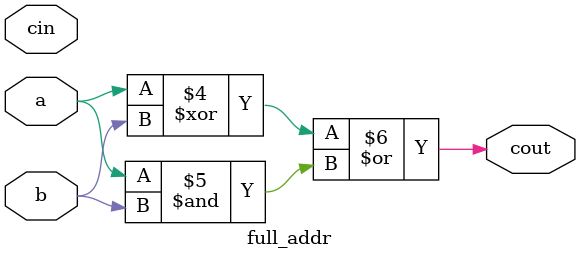
<source format=v>
module full_addr(
    input a, b, cin,
    output cout
);

assign sum = a ^ b ^ cin;
assign cout = (a ^ b & b |(a & b));

endmodule
</source>
